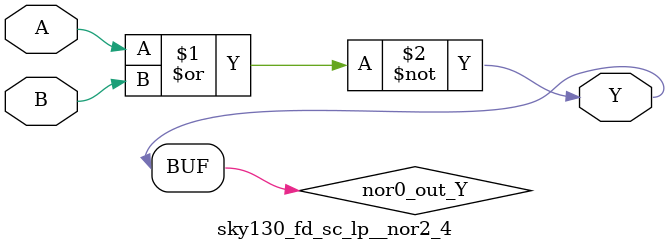
<source format=v>
/*
 * Copyright 2020 The SkyWater PDK Authors
 *
 * Licensed under the Apache License, Version 2.0 (the "License");
 * you may not use this file except in compliance with the License.
 * You may obtain a copy of the License at
 *
 *     https://www.apache.org/licenses/LICENSE-2.0
 *
 * Unless required by applicable law or agreed to in writing, software
 * distributed under the License is distributed on an "AS IS" BASIS,
 * WITHOUT WARRANTIES OR CONDITIONS OF ANY KIND, either express or implied.
 * See the License for the specific language governing permissions and
 * limitations under the License.
 *
 * SPDX-License-Identifier: Apache-2.0
*/


`ifndef SKY130_FD_SC_LP__NOR2_4_FUNCTIONAL_V
`define SKY130_FD_SC_LP__NOR2_4_FUNCTIONAL_V

/**
 * nor2: 2-input NOR.
 *
 * Verilog simulation functional model.
 */

`timescale 1ns / 1ps
`default_nettype none

`celldefine
module sky130_fd_sc_lp__nor2_4 (
    Y,
    A,
    B
);

    // Module ports
    output Y;
    input  A;
    input  B;

    // Local signals
    wire nor0_out_Y;

    //  Name  Output      Other arguments
    nor nor0 (nor0_out_Y, A, B           );
    buf buf0 (Y         , nor0_out_Y     );

endmodule
`endcelldefine

`default_nettype wire
`endif  // SKY130_FD_SC_LP__NOR2_4_FUNCTIONAL_V

</source>
